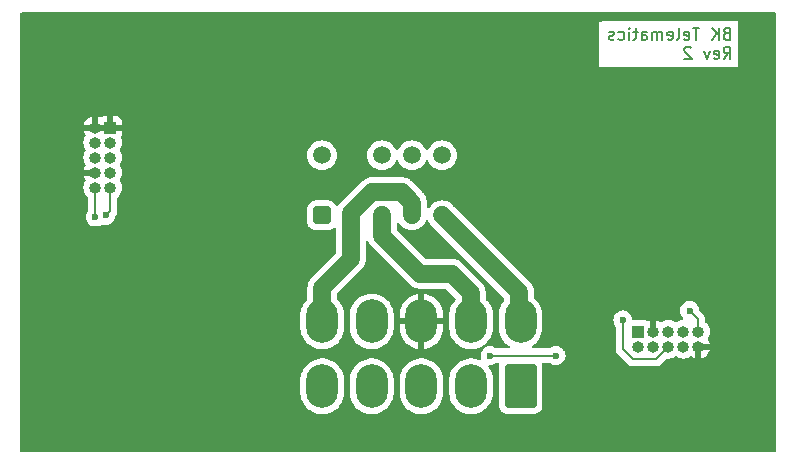
<source format=gbr>
%TF.GenerationSoftware,KiCad,Pcbnew,8.99.0-1891-ge2bd76bdce*%
%TF.CreationDate,2024-11-18T13:52:10+02:00*%
%TF.ProjectId,mini_board_relay_analog,6d696e69-5f62-46f6-9172-645f72656c61,rev?*%
%TF.SameCoordinates,Original*%
%TF.FileFunction,Copper,L2,Bot*%
%TF.FilePolarity,Positive*%
%FSLAX46Y46*%
G04 Gerber Fmt 4.6, Leading zero omitted, Abs format (unit mm)*
G04 Created by KiCad (PCBNEW 8.99.0-1891-ge2bd76bdce) date 2024-11-18 13:52:10*
%MOMM*%
%LPD*%
G01*
G04 APERTURE LIST*
G04 Aperture macros list*
%AMRoundRect*
0 Rectangle with rounded corners*
0 $1 Rounding radius*
0 $2 $3 $4 $5 $6 $7 $8 $9 X,Y pos of 4 corners*
0 Add a 4 corners polygon primitive as box body*
4,1,4,$2,$3,$4,$5,$6,$7,$8,$9,$2,$3,0*
0 Add four circle primitives for the rounded corners*
1,1,$1+$1,$2,$3*
1,1,$1+$1,$4,$5*
1,1,$1+$1,$6,$7*
1,1,$1+$1,$8,$9*
0 Add four rect primitives between the rounded corners*
20,1,$1+$1,$2,$3,$4,$5,0*
20,1,$1+$1,$4,$5,$6,$7,0*
20,1,$1+$1,$6,$7,$8,$9,0*
20,1,$1+$1,$8,$9,$2,$3,0*%
G04 Aperture macros list end*
%ADD10C,0.150000*%
%TA.AperFunction,NonConductor*%
%ADD11C,0.150000*%
%TD*%
%TA.AperFunction,ComponentPad*%
%ADD12R,1.000000X1.000000*%
%TD*%
%TA.AperFunction,ComponentPad*%
%ADD13O,1.000000X1.000000*%
%TD*%
%TA.AperFunction,ComponentPad*%
%ADD14RoundRect,0.250500X0.499500X-0.499500X0.499500X0.499500X-0.499500X0.499500X-0.499500X-0.499500X0*%
%TD*%
%TA.AperFunction,ComponentPad*%
%ADD15C,1.500000*%
%TD*%
%TA.AperFunction,ComponentPad*%
%ADD16RoundRect,0.250001X1.099999X1.599999X-1.099999X1.599999X-1.099999X-1.599999X1.099999X-1.599999X0*%
%TD*%
%TA.AperFunction,ComponentPad*%
%ADD17O,2.700000X3.700000*%
%TD*%
%TA.AperFunction,ViaPad*%
%ADD18C,0.600000*%
%TD*%
%TA.AperFunction,Conductor*%
%ADD19C,0.200000*%
%TD*%
%TA.AperFunction,Conductor*%
%ADD20C,1.500000*%
%TD*%
G04 APERTURE END LIST*
D10*
D11*
X154859887Y-87936065D02*
X154717030Y-87983684D01*
X154717030Y-87983684D02*
X154669411Y-88031303D01*
X154669411Y-88031303D02*
X154621792Y-88126541D01*
X154621792Y-88126541D02*
X154621792Y-88269398D01*
X154621792Y-88269398D02*
X154669411Y-88364636D01*
X154669411Y-88364636D02*
X154717030Y-88412256D01*
X154717030Y-88412256D02*
X154812268Y-88459875D01*
X154812268Y-88459875D02*
X155193220Y-88459875D01*
X155193220Y-88459875D02*
X155193220Y-87459875D01*
X155193220Y-87459875D02*
X154859887Y-87459875D01*
X154859887Y-87459875D02*
X154764649Y-87507494D01*
X154764649Y-87507494D02*
X154717030Y-87555113D01*
X154717030Y-87555113D02*
X154669411Y-87650351D01*
X154669411Y-87650351D02*
X154669411Y-87745589D01*
X154669411Y-87745589D02*
X154717030Y-87840827D01*
X154717030Y-87840827D02*
X154764649Y-87888446D01*
X154764649Y-87888446D02*
X154859887Y-87936065D01*
X154859887Y-87936065D02*
X155193220Y-87936065D01*
X154193220Y-88459875D02*
X154193220Y-87459875D01*
X153621792Y-88459875D02*
X154050363Y-87888446D01*
X153621792Y-87459875D02*
X154193220Y-88031303D01*
X152574172Y-87459875D02*
X152002744Y-87459875D01*
X152288458Y-88459875D02*
X152288458Y-87459875D01*
X151288458Y-88412256D02*
X151383696Y-88459875D01*
X151383696Y-88459875D02*
X151574172Y-88459875D01*
X151574172Y-88459875D02*
X151669410Y-88412256D01*
X151669410Y-88412256D02*
X151717029Y-88317017D01*
X151717029Y-88317017D02*
X151717029Y-87936065D01*
X151717029Y-87936065D02*
X151669410Y-87840827D01*
X151669410Y-87840827D02*
X151574172Y-87793208D01*
X151574172Y-87793208D02*
X151383696Y-87793208D01*
X151383696Y-87793208D02*
X151288458Y-87840827D01*
X151288458Y-87840827D02*
X151240839Y-87936065D01*
X151240839Y-87936065D02*
X151240839Y-88031303D01*
X151240839Y-88031303D02*
X151717029Y-88126541D01*
X150669410Y-88459875D02*
X150764648Y-88412256D01*
X150764648Y-88412256D02*
X150812267Y-88317017D01*
X150812267Y-88317017D02*
X150812267Y-87459875D01*
X149907505Y-88412256D02*
X150002743Y-88459875D01*
X150002743Y-88459875D02*
X150193219Y-88459875D01*
X150193219Y-88459875D02*
X150288457Y-88412256D01*
X150288457Y-88412256D02*
X150336076Y-88317017D01*
X150336076Y-88317017D02*
X150336076Y-87936065D01*
X150336076Y-87936065D02*
X150288457Y-87840827D01*
X150288457Y-87840827D02*
X150193219Y-87793208D01*
X150193219Y-87793208D02*
X150002743Y-87793208D01*
X150002743Y-87793208D02*
X149907505Y-87840827D01*
X149907505Y-87840827D02*
X149859886Y-87936065D01*
X149859886Y-87936065D02*
X149859886Y-88031303D01*
X149859886Y-88031303D02*
X150336076Y-88126541D01*
X149431314Y-88459875D02*
X149431314Y-87793208D01*
X149431314Y-87888446D02*
X149383695Y-87840827D01*
X149383695Y-87840827D02*
X149288457Y-87793208D01*
X149288457Y-87793208D02*
X149145600Y-87793208D01*
X149145600Y-87793208D02*
X149050362Y-87840827D01*
X149050362Y-87840827D02*
X149002743Y-87936065D01*
X149002743Y-87936065D02*
X149002743Y-88459875D01*
X149002743Y-87936065D02*
X148955124Y-87840827D01*
X148955124Y-87840827D02*
X148859886Y-87793208D01*
X148859886Y-87793208D02*
X148717029Y-87793208D01*
X148717029Y-87793208D02*
X148621790Y-87840827D01*
X148621790Y-87840827D02*
X148574171Y-87936065D01*
X148574171Y-87936065D02*
X148574171Y-88459875D01*
X147669410Y-88459875D02*
X147669410Y-87936065D01*
X147669410Y-87936065D02*
X147717029Y-87840827D01*
X147717029Y-87840827D02*
X147812267Y-87793208D01*
X147812267Y-87793208D02*
X148002743Y-87793208D01*
X148002743Y-87793208D02*
X148097981Y-87840827D01*
X147669410Y-88412256D02*
X147764648Y-88459875D01*
X147764648Y-88459875D02*
X148002743Y-88459875D01*
X148002743Y-88459875D02*
X148097981Y-88412256D01*
X148097981Y-88412256D02*
X148145600Y-88317017D01*
X148145600Y-88317017D02*
X148145600Y-88221779D01*
X148145600Y-88221779D02*
X148097981Y-88126541D01*
X148097981Y-88126541D02*
X148002743Y-88078922D01*
X148002743Y-88078922D02*
X147764648Y-88078922D01*
X147764648Y-88078922D02*
X147669410Y-88031303D01*
X147336076Y-87793208D02*
X146955124Y-87793208D01*
X147193219Y-87459875D02*
X147193219Y-88317017D01*
X147193219Y-88317017D02*
X147145600Y-88412256D01*
X147145600Y-88412256D02*
X147050362Y-88459875D01*
X147050362Y-88459875D02*
X146955124Y-88459875D01*
X146621790Y-88459875D02*
X146621790Y-87793208D01*
X146621790Y-87459875D02*
X146669409Y-87507494D01*
X146669409Y-87507494D02*
X146621790Y-87555113D01*
X146621790Y-87555113D02*
X146574171Y-87507494D01*
X146574171Y-87507494D02*
X146621790Y-87459875D01*
X146621790Y-87459875D02*
X146621790Y-87555113D01*
X145717029Y-88412256D02*
X145812267Y-88459875D01*
X145812267Y-88459875D02*
X146002743Y-88459875D01*
X146002743Y-88459875D02*
X146097981Y-88412256D01*
X146097981Y-88412256D02*
X146145600Y-88364636D01*
X146145600Y-88364636D02*
X146193219Y-88269398D01*
X146193219Y-88269398D02*
X146193219Y-87983684D01*
X146193219Y-87983684D02*
X146145600Y-87888446D01*
X146145600Y-87888446D02*
X146097981Y-87840827D01*
X146097981Y-87840827D02*
X146002743Y-87793208D01*
X146002743Y-87793208D02*
X145812267Y-87793208D01*
X145812267Y-87793208D02*
X145717029Y-87840827D01*
X145336076Y-88412256D02*
X145240838Y-88459875D01*
X145240838Y-88459875D02*
X145050362Y-88459875D01*
X145050362Y-88459875D02*
X144955124Y-88412256D01*
X144955124Y-88412256D02*
X144907505Y-88317017D01*
X144907505Y-88317017D02*
X144907505Y-88269398D01*
X144907505Y-88269398D02*
X144955124Y-88174160D01*
X144955124Y-88174160D02*
X145050362Y-88126541D01*
X145050362Y-88126541D02*
X145193219Y-88126541D01*
X145193219Y-88126541D02*
X145288457Y-88078922D01*
X145288457Y-88078922D02*
X145336076Y-87983684D01*
X145336076Y-87983684D02*
X145336076Y-87936065D01*
X145336076Y-87936065D02*
X145288457Y-87840827D01*
X145288457Y-87840827D02*
X145193219Y-87793208D01*
X145193219Y-87793208D02*
X145050362Y-87793208D01*
X145050362Y-87793208D02*
X144955124Y-87840827D01*
X154621792Y-90069819D02*
X154955125Y-89593628D01*
X155193220Y-90069819D02*
X155193220Y-89069819D01*
X155193220Y-89069819D02*
X154812268Y-89069819D01*
X154812268Y-89069819D02*
X154717030Y-89117438D01*
X154717030Y-89117438D02*
X154669411Y-89165057D01*
X154669411Y-89165057D02*
X154621792Y-89260295D01*
X154621792Y-89260295D02*
X154621792Y-89403152D01*
X154621792Y-89403152D02*
X154669411Y-89498390D01*
X154669411Y-89498390D02*
X154717030Y-89546009D01*
X154717030Y-89546009D02*
X154812268Y-89593628D01*
X154812268Y-89593628D02*
X155193220Y-89593628D01*
X153812268Y-90022200D02*
X153907506Y-90069819D01*
X153907506Y-90069819D02*
X154097982Y-90069819D01*
X154097982Y-90069819D02*
X154193220Y-90022200D01*
X154193220Y-90022200D02*
X154240839Y-89926961D01*
X154240839Y-89926961D02*
X154240839Y-89546009D01*
X154240839Y-89546009D02*
X154193220Y-89450771D01*
X154193220Y-89450771D02*
X154097982Y-89403152D01*
X154097982Y-89403152D02*
X153907506Y-89403152D01*
X153907506Y-89403152D02*
X153812268Y-89450771D01*
X153812268Y-89450771D02*
X153764649Y-89546009D01*
X153764649Y-89546009D02*
X153764649Y-89641247D01*
X153764649Y-89641247D02*
X154240839Y-89736485D01*
X153431315Y-89403152D02*
X153193220Y-90069819D01*
X153193220Y-90069819D02*
X152955125Y-89403152D01*
X151859886Y-89165057D02*
X151812267Y-89117438D01*
X151812267Y-89117438D02*
X151717029Y-89069819D01*
X151717029Y-89069819D02*
X151478934Y-89069819D01*
X151478934Y-89069819D02*
X151383696Y-89117438D01*
X151383696Y-89117438D02*
X151336077Y-89165057D01*
X151336077Y-89165057D02*
X151288458Y-89260295D01*
X151288458Y-89260295D02*
X151288458Y-89355533D01*
X151288458Y-89355533D02*
X151336077Y-89498390D01*
X151336077Y-89498390D02*
X151907505Y-90069819D01*
X151907505Y-90069819D02*
X151288458Y-90069819D01*
D12*
%TO.P,J2,1,Pin_1*%
%TO.N,GND*%
X102694000Y-95908000D03*
D13*
%TO.P,J2,2,Pin_2*%
X101424000Y-95908000D03*
%TO.P,J2,3,Pin_3*%
%TO.N,/AD0{slash}PA17*%
X102694000Y-97178000D03*
%TO.P,J2,4,Pin_4*%
%TO.N,EXT_PWR*%
X101424000Y-97178000D03*
%TO.P,J2,5,Pin_5*%
%TO.N,/PA16*%
X102694000Y-98448000D03*
%TO.P,J2,6,Pin_6*%
%TO.N,VSYS*%
X101424000Y-98448000D03*
%TO.P,J2,7,Pin_7*%
%TO.N,/PA15*%
X102694000Y-99718000D03*
%TO.P,J2,8,Pin_8*%
%TO.N,GND*%
X101424000Y-99718000D03*
%TO.P,J2,9,Pin_9*%
%TO.N,/PB3{slash}UTXD1*%
X102694000Y-100988000D03*
%TO.P,J2,10,Pin_10*%
%TO.N,/PB2{slash}URXD1*%
X101424000Y-100988000D03*
%TD*%
D14*
%TO.P,U2,1*%
%TO.N,VSYS*%
X120620000Y-103320000D03*
D15*
%TO.P,U2,3*%
%TO.N,/NO2*%
X125700000Y-103320000D03*
%TO.P,U2,4*%
%TO.N,/COM2*%
X128240000Y-103320000D03*
%TO.P,U2,5*%
%TO.N,/NC2*%
X130780000Y-103320000D03*
%TO.P,U2,8*%
%TO.N,/NC1*%
X130780000Y-98240000D03*
%TO.P,U2,9*%
%TO.N,/COM1*%
X128240000Y-98240000D03*
%TO.P,U2,10*%
%TO.N,/NO1*%
X125700000Y-98240000D03*
%TO.P,U2,12*%
%TO.N,Net-(D2-A)*%
X120620000Y-98240000D03*
%TD*%
D16*
%TO.P,J3,1,Pin_1*%
%TO.N,/ANALOG1*%
X137435000Y-117800000D03*
D17*
%TO.P,J3,2,Pin_2*%
%TO.N,/ANALOG2*%
X133235000Y-117800000D03*
%TO.P,J3,3,Pin_3*%
%TO.N,+3.3V_OUT*%
X129035000Y-117800000D03*
%TO.P,J3,4,Pin_4*%
%TO.N,/RX*%
X124835000Y-117800000D03*
%TO.P,J3,5,Pin_5*%
%TO.N,/ANALOG3*%
X120635000Y-117800000D03*
%TO.P,J3,6,Pin_6*%
%TO.N,/NC2*%
X137435000Y-112300000D03*
%TO.P,J3,7,Pin_7*%
%TO.N,/NO2*%
X133235000Y-112300000D03*
%TO.P,J3,8,Pin_8*%
%TO.N,GND*%
X129035000Y-112300000D03*
%TO.P,J3,9,Pin_9*%
%TO.N,/TX*%
X124835000Y-112300000D03*
%TO.P,J3,10,Pin_10*%
%TO.N,/COM2*%
X120635000Y-112300000D03*
%TD*%
D12*
%TO.P,J1,1,Pin_1*%
%TO.N,/ERASE*%
X147399000Y-113180000D03*
D13*
%TO.P,J1,2,Pin_2*%
%TO.N,+3.3V*%
X147399000Y-114450000D03*
%TO.P,J1,3,Pin_3*%
%TO.N,GND*%
X148669000Y-113180000D03*
%TO.P,J1,4,Pin_4*%
%TO.N,unconnected-(J1-Pin_4-Pad4)*%
X148669000Y-114450000D03*
%TO.P,J1,5,Pin_5*%
%TO.N,unconnected-(J1-Pin_5-Pad5)*%
X149939000Y-113180000D03*
%TO.P,J1,6,Pin_6*%
%TO.N,/AD3{slash}PA20*%
X149939000Y-114450000D03*
%TO.P,J1,7,Pin_7*%
%TO.N,/AD2{slash}PA19*%
X151209000Y-113180000D03*
%TO.P,J1,8,Pin_8*%
%TO.N,+3.3V*%
X151209000Y-114450000D03*
%TO.P,J1,9,Pin_9*%
%TO.N,/AD1{slash}PA18*%
X152479000Y-113180000D03*
%TO.P,J1,10,Pin_10*%
%TO.N,GND*%
X152479000Y-114450000D03*
%TD*%
D18*
%TO.N,GND*%
X134874000Y-87122000D03*
X129000000Y-94250000D03*
X146750000Y-100000000D03*
X127500000Y-95750000D03*
X115360000Y-104580000D03*
X112750000Y-106750000D03*
X133096000Y-122682000D03*
X153416000Y-122682000D03*
X152000000Y-119500000D03*
X139954000Y-87122000D03*
X112776000Y-122682000D03*
X106940000Y-90500000D03*
X147960000Y-92620000D03*
X157988000Y-89408000D03*
X155956000Y-122682000D03*
X117856000Y-122682000D03*
X119640000Y-90500000D03*
X149690000Y-94620000D03*
X105750000Y-110000000D03*
X150500000Y-91500000D03*
X145570000Y-97930000D03*
X101860000Y-90500000D03*
X114554000Y-87122000D03*
X144750000Y-118250000D03*
X112020000Y-90500000D03*
X125500000Y-95750000D03*
X149830000Y-105950000D03*
X96266000Y-119380000D03*
X119634000Y-87122000D03*
X124720000Y-90500000D03*
X153500000Y-106500000D03*
X145796000Y-122682000D03*
X96266000Y-116840000D03*
X98500000Y-115420000D03*
X110000000Y-99000000D03*
X122936000Y-122682000D03*
X142580000Y-114170000D03*
X142140000Y-115990000D03*
X139960000Y-90500000D03*
X152000000Y-116500000D03*
X109250000Y-94250000D03*
X96266000Y-109220000D03*
X101750000Y-120750000D03*
X114000000Y-116750000D03*
X116500000Y-94250000D03*
X110236000Y-122682000D03*
X125476000Y-122682000D03*
X157988000Y-112268000D03*
X103250000Y-106500000D03*
X157988000Y-109728000D03*
X115316000Y-122682000D03*
X137420000Y-90500000D03*
X96266000Y-101600000D03*
X132250000Y-94250000D03*
X114560000Y-90500000D03*
X134000000Y-95750000D03*
X96266000Y-88900000D03*
X143256000Y-122682000D03*
X117750000Y-95750000D03*
X153500000Y-109000000D03*
X122500000Y-94250000D03*
X109250000Y-113000000D03*
X138500000Y-94250000D03*
X132334000Y-87122000D03*
X129800000Y-90500000D03*
X138750000Y-95750000D03*
X157988000Y-104648000D03*
X101500000Y-115920000D03*
X116500000Y-115500000D03*
X135636000Y-122682000D03*
X140250000Y-117750000D03*
X116500000Y-119000000D03*
X101500000Y-110840000D03*
X132340000Y-90500000D03*
X142450000Y-122110000D03*
X153260000Y-99990000D03*
X107750000Y-95750000D03*
X150790000Y-107940000D03*
X116030000Y-97690000D03*
X110000000Y-101000000D03*
X100330000Y-122682000D03*
X101500000Y-118460000D03*
X114500000Y-113000000D03*
X157988000Y-122428000D03*
X130556000Y-122682000D03*
X142494000Y-87122000D03*
X131500000Y-95750000D03*
X125000000Y-94250000D03*
X129794000Y-87122000D03*
X99314000Y-87122000D03*
X117100000Y-90500000D03*
X96266000Y-121920000D03*
X111500000Y-113000000D03*
X96266000Y-96520000D03*
X112190000Y-99170000D03*
X96266000Y-114300000D03*
X133000000Y-101000000D03*
X129500000Y-95750000D03*
X127254000Y-87122000D03*
X157988000Y-97028000D03*
X97790000Y-122682000D03*
X110750000Y-95750000D03*
X114030000Y-99500000D03*
X122750000Y-99750000D03*
X120500000Y-95750000D03*
X157734000Y-87122000D03*
X147200000Y-121300000D03*
X144250000Y-100000000D03*
X120396000Y-122682000D03*
X114000000Y-115500000D03*
X109474000Y-87122000D03*
X157988000Y-94488000D03*
X153250000Y-103250000D03*
X145500000Y-100000000D03*
X155000000Y-91750000D03*
X107500000Y-111500000D03*
X96266000Y-93980000D03*
X110500000Y-97500000D03*
X157988000Y-119888000D03*
X148336000Y-122682000D03*
X109500000Y-107000000D03*
X119750000Y-94250000D03*
X139440000Y-102460000D03*
X138176000Y-122682000D03*
X135250000Y-94250000D03*
X157988000Y-99568000D03*
X142500000Y-90500000D03*
X136250000Y-95750000D03*
X142750000Y-97250000D03*
X116750000Y-113250000D03*
X102870000Y-122682000D03*
X140716000Y-122682000D03*
X103250000Y-105000000D03*
X101854000Y-87122000D03*
X157988000Y-91948000D03*
X104400000Y-90500000D03*
X96266000Y-104140000D03*
X127260000Y-90500000D03*
X107500000Y-101250000D03*
X150876000Y-122682000D03*
X96266000Y-111760000D03*
X96266000Y-106680000D03*
X145580000Y-106730000D03*
X106250000Y-97500000D03*
X98500000Y-110340000D03*
X96266000Y-91440000D03*
X157988000Y-114808000D03*
X141590000Y-95760000D03*
X141700000Y-93460000D03*
X123250000Y-95750000D03*
X149350000Y-110110000D03*
X99320000Y-90500000D03*
X139440000Y-103840000D03*
X96266000Y-99060000D03*
X107500000Y-99000000D03*
X105480000Y-115360000D03*
X104500000Y-99000000D03*
X104500000Y-101250000D03*
X112014000Y-87122000D03*
X106000000Y-95000000D03*
X151580000Y-98190000D03*
X128016000Y-122682000D03*
X114750000Y-94250000D03*
X117094000Y-87122000D03*
X98500000Y-120500000D03*
X157988000Y-117348000D03*
X153000000Y-91750000D03*
X104000000Y-108250000D03*
X107950000Y-122682000D03*
X127000000Y-116000000D03*
X109480000Y-90500000D03*
X106934000Y-87122000D03*
X134880000Y-90500000D03*
X104394000Y-87122000D03*
X98500000Y-112880000D03*
X96774000Y-87122000D03*
X105410000Y-122682000D03*
X127000000Y-120250000D03*
X157988000Y-102108000D03*
X122174000Y-87122000D03*
X124714000Y-87122000D03*
X137414000Y-87122000D03*
X145570000Y-95720000D03*
X98500000Y-117960000D03*
X157988000Y-107188000D03*
X101500000Y-113380000D03*
X113000000Y-110000000D03*
X146500000Y-95250000D03*
X142910000Y-108880000D03*
X122180000Y-90500000D03*
%TO.N,/PB3{slash}UTXD1*%
X102290000Y-103340000D03*
%TO.N,/PB2{slash}URXD1*%
X101430000Y-103470000D03*
%TO.N,/AD3{slash}PA20*%
X146090000Y-112190000D03*
%TO.N,/AD1{slash}PA18*%
X151740000Y-111390000D03*
%TO.N,/NC2*%
X136740000Y-109770000D03*
X133660000Y-106680000D03*
X135610000Y-107730000D03*
X132710000Y-104840000D03*
%TO.N,/NO2*%
X125450000Y-105200000D03*
X127640000Y-106400000D03*
X132480000Y-108610000D03*
X128960000Y-108480000D03*
%TO.N,/COM2*%
X126790000Y-101020000D03*
X122680000Y-104820000D03*
X120310000Y-109290000D03*
X123050000Y-107400000D03*
X123790000Y-102750000D03*
%TO.N,/ANALOG3*%
X140430000Y-115200000D03*
X134860000Y-115200000D03*
%TD*%
D19*
%TO.N,/PB3{slash}UTXD1*%
X102694000Y-100988000D02*
X102694000Y-102936000D01*
X102694000Y-102936000D02*
X102290000Y-103340000D01*
%TO.N,/PB2{slash}URXD1*%
X101424000Y-100988000D02*
X101424000Y-103464000D01*
X101424000Y-103464000D02*
X101430000Y-103470000D01*
%TO.N,/AD3{slash}PA20*%
X148869000Y-115520000D02*
X149939000Y-114450000D01*
X146980000Y-115520000D02*
X148869000Y-115520000D01*
X146090000Y-112190000D02*
X146090000Y-114630000D01*
X146090000Y-114630000D02*
X146980000Y-115520000D01*
%TO.N,/AD1{slash}PA18*%
X151740000Y-111390000D02*
X152479000Y-112129000D01*
X152479000Y-112129000D02*
X152479000Y-113180000D01*
D20*
%TO.N,/NC2*%
X137310000Y-112175000D02*
X137435000Y-112300000D01*
X130780000Y-103320000D02*
X137310000Y-109850000D01*
X137310000Y-109850000D02*
X137310000Y-112175000D01*
%TO.N,/NO2*%
X128950000Y-108290000D02*
X131620000Y-108290000D01*
X125700000Y-103320000D02*
X125700000Y-105040000D01*
X131620000Y-108290000D02*
X133235000Y-109905000D01*
X133235000Y-109905000D02*
X133235000Y-112300000D01*
X125700000Y-105040000D02*
X128950000Y-108290000D01*
%TO.N,/COM2*%
X124890000Y-101350000D02*
X123050000Y-103160000D01*
X128260000Y-102280000D02*
X127360000Y-101350000D01*
X123070000Y-106990000D02*
X120635000Y-109465000D01*
X127360000Y-101350000D02*
X124890000Y-101350000D01*
X128240000Y-103320000D02*
X128260000Y-102280000D01*
X120635000Y-109465000D02*
X120635000Y-112300000D01*
X123050000Y-103160000D02*
X123070000Y-106990000D01*
D19*
%TO.N,/ANALOG3*%
X140430000Y-115200000D02*
X134860000Y-115200000D01*
%TD*%
%TA.AperFunction,Conductor*%
%TO.N,GND*%
G36*
X159002539Y-86170185D02*
G01*
X159048294Y-86222989D01*
X159059500Y-86274500D01*
X159059500Y-123225500D01*
X159039815Y-123292539D01*
X158987011Y-123338294D01*
X158935500Y-123349500D01*
X95184500Y-123349500D01*
X95117461Y-123329815D01*
X95071706Y-123277011D01*
X95060500Y-123225500D01*
X95060500Y-117178711D01*
X118784500Y-117178711D01*
X118784500Y-118421288D01*
X118816161Y-118661785D01*
X118878947Y-118896104D01*
X118971773Y-119120205D01*
X118971776Y-119120212D01*
X119093064Y-119330289D01*
X119093066Y-119330292D01*
X119093067Y-119330293D01*
X119240733Y-119522736D01*
X119240739Y-119522743D01*
X119412256Y-119694260D01*
X119412263Y-119694266D01*
X119525321Y-119781018D01*
X119604711Y-119841936D01*
X119814788Y-119963224D01*
X120038900Y-120056054D01*
X120273211Y-120118838D01*
X120433940Y-120139998D01*
X120513711Y-120150500D01*
X120513712Y-120150500D01*
X120756289Y-120150500D01*
X120836052Y-120139999D01*
X120996789Y-120118838D01*
X121231100Y-120056054D01*
X121455212Y-119963224D01*
X121665289Y-119841936D01*
X121857738Y-119694265D01*
X122029265Y-119522738D01*
X122176936Y-119330289D01*
X122298224Y-119120212D01*
X122391054Y-118896100D01*
X122453838Y-118661789D01*
X122485500Y-118421288D01*
X122485500Y-117178712D01*
X122485500Y-117178711D01*
X122984500Y-117178711D01*
X122984500Y-118421288D01*
X123016161Y-118661785D01*
X123078947Y-118896104D01*
X123171773Y-119120205D01*
X123171776Y-119120212D01*
X123293064Y-119330289D01*
X123293066Y-119330292D01*
X123293067Y-119330293D01*
X123440733Y-119522736D01*
X123440739Y-119522743D01*
X123612256Y-119694260D01*
X123612263Y-119694266D01*
X123725321Y-119781018D01*
X123804711Y-119841936D01*
X124014788Y-119963224D01*
X124238900Y-120056054D01*
X124473211Y-120118838D01*
X124633940Y-120139998D01*
X124713711Y-120150500D01*
X124713712Y-120150500D01*
X124956289Y-120150500D01*
X125036052Y-120139999D01*
X125196789Y-120118838D01*
X125431100Y-120056054D01*
X125655212Y-119963224D01*
X125865289Y-119841936D01*
X126057738Y-119694265D01*
X126229265Y-119522738D01*
X126376936Y-119330289D01*
X126498224Y-119120212D01*
X126591054Y-118896100D01*
X126653838Y-118661789D01*
X126685500Y-118421288D01*
X126685500Y-117178712D01*
X126685500Y-117178711D01*
X127184500Y-117178711D01*
X127184500Y-118421288D01*
X127216161Y-118661785D01*
X127278947Y-118896104D01*
X127371773Y-119120205D01*
X127371776Y-119120212D01*
X127493064Y-119330289D01*
X127493066Y-119330292D01*
X127493067Y-119330293D01*
X127640733Y-119522736D01*
X127640739Y-119522743D01*
X127812256Y-119694260D01*
X127812263Y-119694266D01*
X127925321Y-119781018D01*
X128004711Y-119841936D01*
X128214788Y-119963224D01*
X128438900Y-120056054D01*
X128673211Y-120118838D01*
X128833940Y-120139998D01*
X128913711Y-120150500D01*
X128913712Y-120150500D01*
X129156289Y-120150500D01*
X129236052Y-120139999D01*
X129396789Y-120118838D01*
X129631100Y-120056054D01*
X129855212Y-119963224D01*
X130065289Y-119841936D01*
X130257738Y-119694265D01*
X130429265Y-119522738D01*
X130576936Y-119330289D01*
X130698224Y-119120212D01*
X130791054Y-118896100D01*
X130853838Y-118661789D01*
X130885500Y-118421288D01*
X130885500Y-117178712D01*
X130853838Y-116938211D01*
X130791054Y-116703900D01*
X130698224Y-116479788D01*
X130576936Y-116269711D01*
X130485073Y-116149992D01*
X130429266Y-116077263D01*
X130429260Y-116077256D01*
X130257743Y-115905739D01*
X130257736Y-115905733D01*
X130065293Y-115758067D01*
X130065292Y-115758066D01*
X130065289Y-115758064D01*
X129855212Y-115636776D01*
X129855205Y-115636773D01*
X129631104Y-115543947D01*
X129513944Y-115512554D01*
X129396789Y-115481162D01*
X129396788Y-115481161D01*
X129396785Y-115481161D01*
X129156289Y-115449500D01*
X129156288Y-115449500D01*
X128913712Y-115449500D01*
X128913711Y-115449500D01*
X128673214Y-115481161D01*
X128438895Y-115543947D01*
X128214794Y-115636773D01*
X128214785Y-115636777D01*
X128004706Y-115758067D01*
X127812263Y-115905733D01*
X127812256Y-115905739D01*
X127640739Y-116077256D01*
X127640733Y-116077263D01*
X127493067Y-116269706D01*
X127371777Y-116479785D01*
X127371773Y-116479794D01*
X127278947Y-116703895D01*
X127216161Y-116938214D01*
X127184500Y-117178711D01*
X126685500Y-117178711D01*
X126653838Y-116938211D01*
X126591054Y-116703900D01*
X126498224Y-116479788D01*
X126376936Y-116269711D01*
X126285073Y-116149992D01*
X126229266Y-116077263D01*
X126229260Y-116077256D01*
X126057743Y-115905739D01*
X126057736Y-115905733D01*
X125865293Y-115758067D01*
X125865292Y-115758066D01*
X125865289Y-115758064D01*
X125655212Y-115636776D01*
X125655205Y-115636773D01*
X125431104Y-115543947D01*
X125313944Y-115512554D01*
X125196789Y-115481162D01*
X125196788Y-115481161D01*
X125196785Y-115481161D01*
X124956289Y-115449500D01*
X124956288Y-115449500D01*
X124713712Y-115449500D01*
X124713711Y-115449500D01*
X124473214Y-115481161D01*
X124238895Y-115543947D01*
X124014794Y-115636773D01*
X124014785Y-115636777D01*
X123804706Y-115758067D01*
X123612263Y-115905733D01*
X123612256Y-115905739D01*
X123440739Y-116077256D01*
X123440733Y-116077263D01*
X123293067Y-116269706D01*
X123171777Y-116479785D01*
X123171773Y-116479794D01*
X123078947Y-116703895D01*
X123016161Y-116938214D01*
X122984500Y-117178711D01*
X122485500Y-117178711D01*
X122453838Y-116938211D01*
X122391054Y-116703900D01*
X122298224Y-116479788D01*
X122176936Y-116269711D01*
X122085073Y-116149992D01*
X122029266Y-116077263D01*
X122029260Y-116077256D01*
X121857743Y-115905739D01*
X121857736Y-115905733D01*
X121665293Y-115758067D01*
X121665292Y-115758066D01*
X121665289Y-115758064D01*
X121455212Y-115636776D01*
X121455205Y-115636773D01*
X121231104Y-115543947D01*
X121113944Y-115512554D01*
X120996789Y-115481162D01*
X120996788Y-115481161D01*
X120996785Y-115481161D01*
X120756289Y-115449500D01*
X120756288Y-115449500D01*
X120513712Y-115449500D01*
X120513711Y-115449500D01*
X120273214Y-115481161D01*
X120038895Y-115543947D01*
X119814794Y-115636773D01*
X119814785Y-115636777D01*
X119604706Y-115758067D01*
X119412263Y-115905733D01*
X119412256Y-115905739D01*
X119240739Y-116077256D01*
X119240733Y-116077263D01*
X119093067Y-116269706D01*
X118971777Y-116479785D01*
X118971773Y-116479794D01*
X118878947Y-116703895D01*
X118816161Y-116938214D01*
X118784500Y-117178711D01*
X95060500Y-117178711D01*
X95060500Y-111678711D01*
X118784500Y-111678711D01*
X118784500Y-112921288D01*
X118816161Y-113161785D01*
X118878947Y-113396104D01*
X118971679Y-113619978D01*
X118971776Y-113620212D01*
X119093064Y-113830289D01*
X119093066Y-113830292D01*
X119093067Y-113830293D01*
X119240733Y-114022736D01*
X119240739Y-114022743D01*
X119412256Y-114194260D01*
X119412263Y-114194266D01*
X119419736Y-114200000D01*
X119604711Y-114341936D01*
X119814788Y-114463224D01*
X120038900Y-114556054D01*
X120273211Y-114618838D01*
X120453586Y-114642584D01*
X120513711Y-114650500D01*
X120513712Y-114650500D01*
X120756289Y-114650500D01*
X120804388Y-114644167D01*
X120996789Y-114618838D01*
X121231100Y-114556054D01*
X121455212Y-114463224D01*
X121665289Y-114341936D01*
X121857738Y-114194265D01*
X122029265Y-114022738D01*
X122176936Y-113830289D01*
X122298224Y-113620212D01*
X122391054Y-113396100D01*
X122453838Y-113161789D01*
X122485500Y-112921288D01*
X122485500Y-111678712D01*
X122485500Y-111678711D01*
X122984500Y-111678711D01*
X122984500Y-112921288D01*
X123016161Y-113161785D01*
X123078947Y-113396104D01*
X123171679Y-113619978D01*
X123171776Y-113620212D01*
X123293064Y-113830289D01*
X123293066Y-113830292D01*
X123293067Y-113830293D01*
X123440733Y-114022736D01*
X123440739Y-114022743D01*
X123612256Y-114194260D01*
X123612263Y-114194266D01*
X123619736Y-114200000D01*
X123804711Y-114341936D01*
X124014788Y-114463224D01*
X124238900Y-114556054D01*
X124473211Y-114618838D01*
X124653586Y-114642584D01*
X124713711Y-114650500D01*
X124713712Y-114650500D01*
X124956289Y-114650500D01*
X125004388Y-114644167D01*
X125196789Y-114618838D01*
X125431100Y-114556054D01*
X125655212Y-114463224D01*
X125865289Y-114341936D01*
X126057738Y-114194265D01*
X126229265Y-114022738D01*
X126376936Y-113830289D01*
X126498224Y-113620212D01*
X126591054Y-113396100D01*
X126653838Y-113161789D01*
X126685500Y-112921288D01*
X126685500Y-111678751D01*
X127185000Y-111678751D01*
X127185000Y-112050000D01*
X128167096Y-112050000D01*
X128135000Y-112211358D01*
X128135000Y-112388642D01*
X128167096Y-112550000D01*
X127185000Y-112550000D01*
X127185000Y-112921248D01*
X127185001Y-112921264D01*
X127216653Y-113161687D01*
X127279421Y-113395939D01*
X127372220Y-113619978D01*
X127372227Y-113619993D01*
X127493480Y-113830009D01*
X127641110Y-114022405D01*
X127641116Y-114022412D01*
X127812587Y-114193883D01*
X127812594Y-114193889D01*
X128004990Y-114341519D01*
X128215006Y-114462772D01*
X128215021Y-114462779D01*
X128439060Y-114555578D01*
X128673312Y-114618346D01*
X128785000Y-114633049D01*
X128785000Y-113167904D01*
X128946358Y-113200000D01*
X129123642Y-113200000D01*
X129285000Y-113167904D01*
X129285000Y-114633048D01*
X129396687Y-114618346D01*
X129630939Y-114555578D01*
X129854978Y-114462779D01*
X129854993Y-114462772D01*
X130065009Y-114341519D01*
X130257405Y-114193889D01*
X130257412Y-114193883D01*
X130428883Y-114022412D01*
X130428889Y-114022405D01*
X130576519Y-113830009D01*
X130697772Y-113619993D01*
X130697779Y-113619978D01*
X130790578Y-113395939D01*
X130853346Y-113161687D01*
X130884998Y-112921264D01*
X130885000Y-112921248D01*
X130885000Y-112550000D01*
X129902904Y-112550000D01*
X129935000Y-112388642D01*
X129935000Y-112211358D01*
X129902904Y-112050000D01*
X130885000Y-112050000D01*
X130885000Y-111678751D01*
X130884998Y-111678735D01*
X130853346Y-111438312D01*
X130790578Y-111204060D01*
X130697779Y-110980021D01*
X130697772Y-110980006D01*
X130576519Y-110769990D01*
X130428889Y-110577594D01*
X130428883Y-110577587D01*
X130257412Y-110406116D01*
X130257405Y-110406110D01*
X130065009Y-110258480D01*
X129854993Y-110137227D01*
X129854978Y-110137220D01*
X129630939Y-110044421D01*
X129396687Y-109981653D01*
X129285000Y-109966948D01*
X129285000Y-111432095D01*
X129123642Y-111400000D01*
X128946358Y-111400000D01*
X128785000Y-111432095D01*
X128785000Y-109966948D01*
X128784999Y-109966948D01*
X128673312Y-109981653D01*
X128439060Y-110044421D01*
X128215021Y-110137220D01*
X128215006Y-110137227D01*
X128004990Y-110258480D01*
X127812594Y-110406110D01*
X127812587Y-110406116D01*
X127641116Y-110577587D01*
X127641110Y-110577594D01*
X127493480Y-110769990D01*
X127372227Y-110980006D01*
X127372220Y-110980021D01*
X127279421Y-111204060D01*
X127216653Y-111438312D01*
X127185001Y-111678735D01*
X127185000Y-111678751D01*
X126685500Y-111678751D01*
X126685500Y-111678712D01*
X126680948Y-111644139D01*
X126653838Y-111438214D01*
X126653838Y-111438211D01*
X126591054Y-111203900D01*
X126498224Y-110979788D01*
X126376936Y-110769711D01*
X126250265Y-110604630D01*
X126229266Y-110577263D01*
X126229260Y-110577256D01*
X126057743Y-110405739D01*
X126057736Y-110405733D01*
X125865293Y-110258067D01*
X125865292Y-110258066D01*
X125865289Y-110258064D01*
X125655212Y-110136776D01*
X125655205Y-110136773D01*
X125431104Y-110043947D01*
X125196785Y-109981161D01*
X124956289Y-109949500D01*
X124956288Y-109949500D01*
X124713712Y-109949500D01*
X124713711Y-109949500D01*
X124473214Y-109981161D01*
X124238895Y-110043947D01*
X124014794Y-110136773D01*
X124014785Y-110136777D01*
X123804706Y-110258067D01*
X123612263Y-110405733D01*
X123612256Y-110405739D01*
X123440739Y-110577256D01*
X123440733Y-110577263D01*
X123293067Y-110769706D01*
X123171777Y-110979785D01*
X123171773Y-110979794D01*
X123078947Y-111203895D01*
X123016161Y-111438214D01*
X122984500Y-111678711D01*
X122485500Y-111678711D01*
X122480948Y-111644139D01*
X122453838Y-111438214D01*
X122453838Y-111438211D01*
X122391054Y-111203900D01*
X122298224Y-110979788D01*
X122176936Y-110769711D01*
X122050265Y-110604630D01*
X122029266Y-110577263D01*
X122029260Y-110577256D01*
X121921819Y-110469815D01*
X121888334Y-110408492D01*
X121885500Y-110382134D01*
X121885500Y-110027788D01*
X121905185Y-109960749D01*
X121921107Y-109940824D01*
X122576369Y-109274798D01*
X123960029Y-107868407D01*
X124028069Y-107799654D01*
X124028070Y-107799651D01*
X124028105Y-107799617D01*
X124029062Y-107798479D01*
X124029267Y-107798235D01*
X124030404Y-107796888D01*
X124086541Y-107718285D01*
X124086578Y-107718311D01*
X124086745Y-107717998D01*
X124142932Y-107639811D01*
X124142934Y-107639806D01*
X124142962Y-107639768D01*
X124143692Y-107638555D01*
X124143909Y-107638194D01*
X124144806Y-107636712D01*
X124144824Y-107636674D01*
X124144828Y-107636670D01*
X124187981Y-107550242D01*
X124231375Y-107463967D01*
X124231376Y-107463963D01*
X124231402Y-107463912D01*
X124232070Y-107462263D01*
X124232207Y-107461927D01*
X124232737Y-107460626D01*
X124232753Y-107460574D01*
X124232756Y-107460569D01*
X124261873Y-107368407D01*
X124291221Y-107276453D01*
X124291222Y-107276445D01*
X124291237Y-107276399D01*
X124291610Y-107274794D01*
X124291685Y-107274471D01*
X124292046Y-107272930D01*
X124292054Y-107272880D01*
X124306408Y-107177210D01*
X124320997Y-107081886D01*
X124320996Y-107081883D01*
X124321007Y-107081818D01*
X124321128Y-107080104D01*
X124321155Y-107079724D01*
X124321261Y-107078275D01*
X124320472Y-106981512D01*
X124320470Y-106981147D01*
X124313205Y-105589866D01*
X124332539Y-105522725D01*
X124385103Y-105476695D01*
X124454209Y-105466391D01*
X124517915Y-105495083D01*
X124547687Y-105532923D01*
X124630476Y-105695405D01*
X124746172Y-105854646D01*
X128135354Y-109243828D01*
X128294595Y-109359524D01*
X128377454Y-109401742D01*
X128469969Y-109448882D01*
X128469971Y-109448882D01*
X128469974Y-109448884D01*
X128536840Y-109470610D01*
X128657173Y-109509709D01*
X128851578Y-109540500D01*
X128851583Y-109540500D01*
X129048416Y-109540500D01*
X131050664Y-109540500D01*
X131117703Y-109560185D01*
X131138345Y-109576819D01*
X131902080Y-110340554D01*
X131935565Y-110401877D01*
X131930581Y-110471569D01*
X131902080Y-110515916D01*
X131840739Y-110577256D01*
X131840733Y-110577263D01*
X131693067Y-110769706D01*
X131571777Y-110979785D01*
X131571773Y-110979794D01*
X131478947Y-111203895D01*
X131416161Y-111438214D01*
X131384500Y-111678711D01*
X131384500Y-112921288D01*
X131416161Y-113161785D01*
X131478947Y-113396104D01*
X131571679Y-113619978D01*
X131571776Y-113620212D01*
X131693064Y-113830289D01*
X131693066Y-113830292D01*
X131693067Y-113830293D01*
X131840733Y-114022736D01*
X131840739Y-114022743D01*
X132012256Y-114194260D01*
X132012263Y-114194266D01*
X132019736Y-114200000D01*
X132204711Y-114341936D01*
X132414788Y-114463224D01*
X132638900Y-114556054D01*
X132873211Y-114618838D01*
X133053586Y-114642584D01*
X133113711Y-114650500D01*
X133113712Y-114650500D01*
X133356289Y-114650500D01*
X133404388Y-114644167D01*
X133596789Y-114618838D01*
X133831100Y-114556054D01*
X134055212Y-114463224D01*
X134208386Y-114374788D01*
X134274912Y-114358648D01*
X134290467Y-114325490D01*
X134307852Y-114309275D01*
X134457738Y-114194265D01*
X134629265Y-114022738D01*
X134776936Y-113830289D01*
X134898224Y-113620212D01*
X134991054Y-113396100D01*
X135053838Y-113161789D01*
X135085500Y-112921288D01*
X135085500Y-111678712D01*
X135080948Y-111644139D01*
X135053838Y-111438214D01*
X135053838Y-111438211D01*
X134991054Y-111203900D01*
X134898224Y-110979788D01*
X134776936Y-110769711D01*
X134650265Y-110604630D01*
X134629266Y-110577263D01*
X134629260Y-110577256D01*
X134521819Y-110469815D01*
X134488334Y-110408492D01*
X134485500Y-110382134D01*
X134485500Y-109806577D01*
X134468704Y-109700541D01*
X134454709Y-109612174D01*
X134447746Y-109590745D01*
X134436838Y-109557173D01*
X134393885Y-109424976D01*
X134393884Y-109424973D01*
X134348352Y-109335613D01*
X134304524Y-109249595D01*
X134188828Y-109090354D01*
X132434646Y-107336172D01*
X132275405Y-107220476D01*
X132100030Y-107131117D01*
X131912826Y-107070290D01*
X131718422Y-107039500D01*
X131718417Y-107039500D01*
X129519336Y-107039500D01*
X129452297Y-107019815D01*
X129431655Y-107003181D01*
X126986819Y-104558345D01*
X126953334Y-104497022D01*
X126950500Y-104470664D01*
X126950500Y-104051862D01*
X126970185Y-103984823D01*
X127022989Y-103939068D01*
X127092147Y-103929124D01*
X127155703Y-103958149D01*
X127176073Y-103980737D01*
X127215139Y-104036529D01*
X127235550Y-104065789D01*
X127272065Y-104118135D01*
X127274842Y-104121794D01*
X127278399Y-104126874D01*
X127278401Y-104126876D01*
X127278402Y-104126877D01*
X127346485Y-104194960D01*
X127348105Y-104196612D01*
X127407164Y-104257988D01*
X127407168Y-104257991D01*
X127409971Y-104260111D01*
X127422859Y-104271334D01*
X127433121Y-104281597D01*
X127502093Y-104329891D01*
X127505772Y-104332569D01*
X127564152Y-104376725D01*
X127577899Y-104384065D01*
X127590591Y-104391858D01*
X127612361Y-104407102D01*
X127677797Y-104437615D01*
X127683784Y-104440606D01*
X127737782Y-104469440D01*
X127763859Y-104478471D01*
X127775679Y-104483258D01*
X127810670Y-104499575D01*
X127810675Y-104499576D01*
X127810679Y-104499578D01*
X127848697Y-104509764D01*
X127868825Y-104515157D01*
X127877274Y-104517748D01*
X127923777Y-104533853D01*
X127962789Y-104540803D01*
X127973114Y-104543101D01*
X128022023Y-104556207D01*
X128070011Y-104560405D01*
X128080951Y-104561855D01*
X128117558Y-104568377D01*
X128169204Y-104569369D01*
X128177578Y-104569815D01*
X128240000Y-104575277D01*
X128276015Y-104572125D01*
X128289202Y-104571677D01*
X128302376Y-104571930D01*
X128314348Y-104572161D01*
X128314348Y-104572160D01*
X128314355Y-104572161D01*
X128377418Y-104563411D01*
X128383616Y-104562711D01*
X128457977Y-104556207D01*
X128481274Y-104549964D01*
X128496314Y-104546918D01*
X128509320Y-104545114D01*
X128581693Y-104523127D01*
X128585609Y-104522007D01*
X128669330Y-104499575D01*
X128680266Y-104494474D01*
X128696637Y-104488207D01*
X128697654Y-104487899D01*
X128776575Y-104449579D01*
X128778107Y-104448850D01*
X128867639Y-104407102D01*
X128956529Y-104344860D01*
X128956530Y-104344862D01*
X128956671Y-104344760D01*
X129036156Y-104289315D01*
X129036159Y-104289311D01*
X129038150Y-104287923D01*
X129041800Y-104285152D01*
X129046877Y-104281598D01*
X129114934Y-104213539D01*
X129116584Y-104211920D01*
X129177988Y-104152835D01*
X129180110Y-104150028D01*
X129191333Y-104137141D01*
X129201592Y-104126883D01*
X129201592Y-104126882D01*
X129201598Y-104126877D01*
X129249923Y-104057859D01*
X129252537Y-104054268D01*
X129296725Y-103995848D01*
X129304061Y-103982107D01*
X129311870Y-103969391D01*
X129327102Y-103947639D01*
X129357630Y-103882168D01*
X129360620Y-103876188D01*
X129365880Y-103866339D01*
X129389440Y-103822218D01*
X129392400Y-103813669D01*
X129432935Y-103756764D01*
X129497803Y-103730805D01*
X129566408Y-103744037D01*
X129616969Y-103792260D01*
X129620058Y-103797951D01*
X129654903Y-103866339D01*
X129656800Y-103870228D01*
X129692897Y-103947638D01*
X129692899Y-103947641D01*
X129700518Y-103958521D01*
X129709434Y-103973359D01*
X129710475Y-103975403D01*
X129710478Y-103975409D01*
X129725329Y-103995849D01*
X129754885Y-104036529D01*
X129761235Y-104045268D01*
X129762491Y-104047029D01*
X129780312Y-104072479D01*
X129818402Y-104126877D01*
X129903392Y-104211867D01*
X129977453Y-104285928D01*
X129977464Y-104285938D01*
X136023181Y-110331655D01*
X136056666Y-110392978D01*
X136059500Y-110419336D01*
X136059500Y-110510714D01*
X136039815Y-110577753D01*
X136033876Y-110586200D01*
X135893067Y-110769706D01*
X135771777Y-110979785D01*
X135771773Y-110979794D01*
X135678947Y-111203895D01*
X135616161Y-111438214D01*
X135584500Y-111678711D01*
X135584500Y-112921288D01*
X135616161Y-113161785D01*
X135678947Y-113396104D01*
X135771679Y-113619978D01*
X135771776Y-113620212D01*
X135893064Y-113830289D01*
X135893066Y-113830292D01*
X135893067Y-113830293D01*
X136040733Y-114022736D01*
X136040739Y-114022743D01*
X136212256Y-114194260D01*
X136212263Y-114194266D01*
X136219736Y-114200000D01*
X136404711Y-114341936D01*
X136450053Y-114368114D01*
X136498268Y-114418680D01*
X136511491Y-114487287D01*
X136485523Y-114552152D01*
X136428608Y-114592680D01*
X136388052Y-114599500D01*
X135442412Y-114599500D01*
X135375373Y-114579815D01*
X135365097Y-114572445D01*
X135362263Y-114570185D01*
X135362262Y-114570184D01*
X135293553Y-114527011D01*
X135209523Y-114474211D01*
X135039254Y-114414631D01*
X135039249Y-114414630D01*
X134860004Y-114394435D01*
X134859996Y-114394435D01*
X134680750Y-114414630D01*
X134680745Y-114414631D01*
X134510477Y-114474211D01*
X134449317Y-114512640D01*
X134382080Y-114531639D01*
X134379193Y-114530759D01*
X134360126Y-114567746D01*
X134358064Y-114569858D01*
X134230183Y-114697739D01*
X134134211Y-114850476D01*
X134074631Y-115020745D01*
X134074630Y-115020750D01*
X134054435Y-115199996D01*
X134054435Y-115200003D01*
X134074630Y-115379249D01*
X134074633Y-115379260D01*
X134091783Y-115428274D01*
X134095344Y-115498053D01*
X134060614Y-115558680D01*
X133998620Y-115590906D01*
X133929045Y-115584500D01*
X133927288Y-115583788D01*
X133831104Y-115543947D01*
X133713944Y-115512554D01*
X133596789Y-115481162D01*
X133596788Y-115481161D01*
X133596785Y-115481161D01*
X133356289Y-115449500D01*
X133356288Y-115449500D01*
X133113712Y-115449500D01*
X133113711Y-115449500D01*
X132873214Y-115481161D01*
X132638895Y-115543947D01*
X132414794Y-115636773D01*
X132414785Y-115636777D01*
X132204706Y-115758067D01*
X132012263Y-115905733D01*
X132012256Y-115905739D01*
X131840739Y-116077256D01*
X131840733Y-116077263D01*
X131693067Y-116269706D01*
X131571777Y-116479785D01*
X131571773Y-116479794D01*
X131478947Y-116703895D01*
X131416161Y-116938214D01*
X131384500Y-117178711D01*
X131384500Y-118421288D01*
X131416161Y-118661785D01*
X131478947Y-118896104D01*
X131571773Y-119120205D01*
X131571776Y-119120212D01*
X131693064Y-119330289D01*
X131693066Y-119330292D01*
X131693067Y-119330293D01*
X131840733Y-119522736D01*
X131840739Y-119522743D01*
X132012256Y-119694260D01*
X132012263Y-119694266D01*
X132125321Y-119781018D01*
X132204711Y-119841936D01*
X132414788Y-119963224D01*
X132638900Y-120056054D01*
X132873211Y-120118838D01*
X133033940Y-120139998D01*
X133113711Y-120150500D01*
X133113712Y-120150500D01*
X133356289Y-120150500D01*
X133436052Y-120139999D01*
X133596789Y-120118838D01*
X133831100Y-120056054D01*
X134055212Y-119963224D01*
X134265289Y-119841936D01*
X134457738Y-119694265D01*
X134629265Y-119522738D01*
X134776936Y-119330289D01*
X134898224Y-119120212D01*
X134991054Y-118896100D01*
X135053838Y-118661789D01*
X135085500Y-118421288D01*
X135085500Y-117178712D01*
X135053838Y-116938211D01*
X134991054Y-116703900D01*
X134898224Y-116479788D01*
X134776936Y-116269711D01*
X134724731Y-116201677D01*
X134699539Y-116136511D01*
X134713577Y-116068066D01*
X134762391Y-116018076D01*
X134830482Y-116002412D01*
X134836993Y-116002973D01*
X134859997Y-116005565D01*
X134860000Y-116005565D01*
X134860004Y-116005565D01*
X135039249Y-115985369D01*
X135039252Y-115985368D01*
X135039255Y-115985368D01*
X135209522Y-115925789D01*
X135362262Y-115829816D01*
X135362267Y-115829810D01*
X135365097Y-115827555D01*
X135367275Y-115826665D01*
X135368158Y-115826111D01*
X135368255Y-115826265D01*
X135429783Y-115801145D01*
X135442412Y-115800500D01*
X135505031Y-115800500D01*
X135572070Y-115820185D01*
X135617825Y-115872989D01*
X135627769Y-115942147D01*
X135622739Y-115963492D01*
X135604653Y-116018076D01*
X135595000Y-116047206D01*
X135584500Y-116149984D01*
X135584500Y-119450015D01*
X135595000Y-119552795D01*
X135595001Y-119552796D01*
X135650186Y-119719335D01*
X135650187Y-119719337D01*
X135742286Y-119868651D01*
X135742289Y-119868655D01*
X135866344Y-119992710D01*
X135866348Y-119992713D01*
X136015662Y-120084812D01*
X136015664Y-120084813D01*
X136015666Y-120084814D01*
X136182203Y-120139999D01*
X136284992Y-120150500D01*
X136284997Y-120150500D01*
X138585003Y-120150500D01*
X138585008Y-120150500D01*
X138687797Y-120139999D01*
X138854334Y-120084814D01*
X139003655Y-119992711D01*
X139127711Y-119868655D01*
X139219814Y-119719334D01*
X139274999Y-119552797D01*
X139285500Y-119450008D01*
X139285500Y-116149992D01*
X139274999Y-116047203D01*
X139247262Y-115963501D01*
X139244861Y-115893676D01*
X139280592Y-115833634D01*
X139343113Y-115802441D01*
X139364969Y-115800500D01*
X139847588Y-115800500D01*
X139914627Y-115820185D01*
X139924903Y-115827555D01*
X139927736Y-115829814D01*
X139927738Y-115829816D01*
X140080478Y-115925789D01*
X140188264Y-115963505D01*
X140250745Y-115985368D01*
X140250750Y-115985369D01*
X140429996Y-116005565D01*
X140430000Y-116005565D01*
X140430004Y-116005565D01*
X140609249Y-115985369D01*
X140609252Y-115985368D01*
X140609255Y-115985368D01*
X140779522Y-115925789D01*
X140932262Y-115829816D01*
X141059816Y-115702262D01*
X141155789Y-115549522D01*
X141215368Y-115379255D01*
X141215470Y-115378349D01*
X141235565Y-115200003D01*
X141235565Y-115199996D01*
X141215369Y-115020750D01*
X141215368Y-115020745D01*
X141155788Y-114850476D01*
X141109084Y-114776148D01*
X141059816Y-114697738D01*
X140932262Y-114570184D01*
X140863553Y-114527011D01*
X140779523Y-114474211D01*
X140609254Y-114414631D01*
X140609249Y-114414630D01*
X140430004Y-114394435D01*
X140429996Y-114394435D01*
X140250750Y-114414630D01*
X140250745Y-114414631D01*
X140080476Y-114474211D01*
X139927736Y-114570185D01*
X139924903Y-114572445D01*
X139922724Y-114573334D01*
X139921842Y-114573889D01*
X139921744Y-114573734D01*
X139860217Y-114598855D01*
X139847588Y-114599500D01*
X138481948Y-114599500D01*
X138414909Y-114579815D01*
X138369154Y-114527011D01*
X138359210Y-114457853D01*
X138388235Y-114394297D01*
X138419945Y-114368115D01*
X138465289Y-114341936D01*
X138657738Y-114194265D01*
X138829265Y-114022738D01*
X138976936Y-113830289D01*
X139098224Y-113620212D01*
X139191054Y-113396100D01*
X139253838Y-113161789D01*
X139285500Y-112921288D01*
X139285500Y-112189996D01*
X145284435Y-112189996D01*
X145284435Y-112190003D01*
X145304630Y-112369249D01*
X145304631Y-112369254D01*
X145364211Y-112539523D01*
X145460185Y-112692263D01*
X145462445Y-112695097D01*
X145463334Y-112697275D01*
X145463889Y-112698158D01*
X145463734Y-112698255D01*
X145488855Y-112759783D01*
X145489500Y-112772412D01*
X145489500Y-114543330D01*
X145489499Y-114543348D01*
X145489499Y-114709054D01*
X145489498Y-114709054D01*
X145530423Y-114861786D01*
X145530424Y-114861787D01*
X145549875Y-114895477D01*
X145609481Y-114998717D01*
X145728349Y-115117585D01*
X145728355Y-115117590D01*
X146495139Y-115884374D01*
X146495149Y-115884385D01*
X146499479Y-115888715D01*
X146499480Y-115888716D01*
X146611284Y-116000520D01*
X146692142Y-116047203D01*
X146748215Y-116079577D01*
X146900943Y-116120500D01*
X147059057Y-116120500D01*
X148782331Y-116120500D01*
X148782347Y-116120501D01*
X148789943Y-116120501D01*
X148948054Y-116120501D01*
X148948057Y-116120501D01*
X149100785Y-116079577D01*
X149156858Y-116047203D01*
X149237716Y-116000520D01*
X149349520Y-115888716D01*
X149349520Y-115888714D01*
X149359724Y-115878511D01*
X149359728Y-115878506D01*
X149755421Y-115482812D01*
X149816742Y-115449329D01*
X149855251Y-115447092D01*
X149939000Y-115455341D01*
X150135132Y-115436024D01*
X150323727Y-115378814D01*
X150497538Y-115285910D01*
X150497544Y-115285904D01*
X150502607Y-115282523D01*
X150503703Y-115284164D01*
X150559639Y-115260405D01*
X150628507Y-115272194D01*
X150645148Y-115282888D01*
X150645393Y-115282523D01*
X150650458Y-115285907D01*
X150650462Y-115285910D01*
X150824273Y-115378814D01*
X151012868Y-115436024D01*
X151209000Y-115455341D01*
X151405132Y-115436024D01*
X151593727Y-115378814D01*
X151767538Y-115285910D01*
X151767544Y-115285904D01*
X151772607Y-115282523D01*
X151773624Y-115284045D01*
X151830021Y-115260084D01*
X151898890Y-115271866D01*
X151915424Y-115282489D01*
X151915678Y-115282110D01*
X151920738Y-115285491D01*
X152094465Y-115378349D01*
X152229000Y-115419159D01*
X152729000Y-115419159D01*
X152863534Y-115378349D01*
X153037260Y-115285491D01*
X153189528Y-115160528D01*
X153314492Y-115008260D01*
X153314496Y-115008253D01*
X153407347Y-114834541D01*
X153448160Y-114700000D01*
X152729000Y-114700000D01*
X152729000Y-115419159D01*
X152229000Y-115419159D01*
X152229000Y-114694975D01*
X152264095Y-114730070D01*
X152343905Y-114776148D01*
X152432922Y-114800000D01*
X152525078Y-114800000D01*
X152614095Y-114776148D01*
X152693905Y-114730070D01*
X152759070Y-114664905D01*
X152805148Y-114585095D01*
X152829000Y-114496078D01*
X152829000Y-114403922D01*
X152805148Y-114314905D01*
X152759070Y-114235095D01*
X152723975Y-114200000D01*
X153448160Y-114200000D01*
X153448160Y-114199999D01*
X153407347Y-114065458D01*
X153314496Y-113891746D01*
X153311110Y-113886678D01*
X153312784Y-113885559D01*
X153289081Y-113829746D01*
X153300874Y-113760879D01*
X153311839Y-113743818D01*
X153311523Y-113743607D01*
X153314904Y-113738544D01*
X153314910Y-113738538D01*
X153407814Y-113564727D01*
X153465024Y-113376132D01*
X153484341Y-113180000D01*
X153465024Y-112983868D01*
X153407814Y-112795273D01*
X153407811Y-112795269D01*
X153407811Y-112795266D01*
X153314913Y-112621467D01*
X153314909Y-112621460D01*
X153189887Y-112469122D01*
X153189883Y-112469117D01*
X153124832Y-112415730D01*
X153085500Y-112357987D01*
X153079500Y-112319880D01*
X153079500Y-112218059D01*
X153079501Y-112218046D01*
X153079501Y-112049945D01*
X153079501Y-112049943D01*
X153038577Y-111897215D01*
X152994738Y-111821284D01*
X152959520Y-111760284D01*
X152847716Y-111648480D01*
X152843385Y-111644149D01*
X152843374Y-111644139D01*
X152570700Y-111371465D01*
X152537215Y-111310142D01*
X152535163Y-111297686D01*
X152525368Y-111210745D01*
X152465789Y-111040478D01*
X152369816Y-110887738D01*
X152242262Y-110760184D01*
X152089523Y-110664211D01*
X151919254Y-110604631D01*
X151919249Y-110604630D01*
X151740004Y-110584435D01*
X151739996Y-110584435D01*
X151560750Y-110604630D01*
X151560745Y-110604631D01*
X151390476Y-110664211D01*
X151237737Y-110760184D01*
X151110184Y-110887737D01*
X151014211Y-111040476D01*
X150954631Y-111210745D01*
X150954630Y-111210750D01*
X150934435Y-111389996D01*
X150934435Y-111390003D01*
X150954630Y-111569249D01*
X150954631Y-111569254D01*
X151014211Y-111739523D01*
X151110184Y-111892262D01*
X151190734Y-111972812D01*
X151224219Y-112034135D01*
X151219235Y-112103827D01*
X151177363Y-112159760D01*
X151115208Y-112183896D01*
X151012870Y-112193975D01*
X150824266Y-112251188D01*
X150650467Y-112344086D01*
X150645399Y-112347473D01*
X150644305Y-112345836D01*
X150588337Y-112369596D01*
X150519471Y-112357795D01*
X150502843Y-112347109D01*
X150502601Y-112347473D01*
X150497532Y-112344086D01*
X150323733Y-112251188D01*
X150323727Y-112251186D01*
X150190722Y-112210839D01*
X150135129Y-112193975D01*
X149939000Y-112174659D01*
X149742870Y-112193975D01*
X149554266Y-112251188D01*
X149380467Y-112344086D01*
X149375399Y-112347473D01*
X149374386Y-112345958D01*
X149317936Y-112369920D01*
X149249071Y-112358115D01*
X149232574Y-112347511D01*
X149232322Y-112347890D01*
X149227253Y-112344503D01*
X149053541Y-112251652D01*
X148919000Y-112210839D01*
X148919000Y-112935025D01*
X148883905Y-112899930D01*
X148804095Y-112853852D01*
X148715078Y-112830000D01*
X148622922Y-112830000D01*
X148533905Y-112853852D01*
X148454095Y-112899930D01*
X148419000Y-112935025D01*
X148419000Y-112210839D01*
X148418999Y-112210839D01*
X148284464Y-112251650D01*
X148282586Y-112252655D01*
X148281486Y-112252883D01*
X148278838Y-112253981D01*
X148278629Y-112253478D01*
X148214183Y-112266895D01*
X148149824Y-112242561D01*
X148141335Y-112236206D01*
X148141328Y-112236202D01*
X148006482Y-112185908D01*
X148006483Y-112185908D01*
X147946883Y-112179501D01*
X147946881Y-112179500D01*
X147946873Y-112179500D01*
X147946865Y-112179500D01*
X147005195Y-112179500D01*
X146938156Y-112159815D01*
X146892401Y-112107011D01*
X146881975Y-112069382D01*
X146875369Y-112010750D01*
X146875368Y-112010745D01*
X146815788Y-111840476D01*
X146719815Y-111687737D01*
X146592262Y-111560184D01*
X146439523Y-111464211D01*
X146269254Y-111404631D01*
X146269249Y-111404630D01*
X146090004Y-111384435D01*
X146089996Y-111384435D01*
X145910750Y-111404630D01*
X145910745Y-111404631D01*
X145740476Y-111464211D01*
X145587737Y-111560184D01*
X145460184Y-111687737D01*
X145364211Y-111840476D01*
X145304631Y-112010745D01*
X145304630Y-112010750D01*
X145284435Y-112189996D01*
X139285500Y-112189996D01*
X139285500Y-111678712D01*
X139280948Y-111644139D01*
X139253838Y-111438214D01*
X139253838Y-111438211D01*
X139191054Y-111203900D01*
X139098224Y-110979788D01*
X138976936Y-110769711D01*
X138850265Y-110604630D01*
X138829266Y-110577263D01*
X138829260Y-110577256D01*
X138657745Y-110405741D01*
X138657740Y-110405737D01*
X138657738Y-110405735D01*
X138609011Y-110368345D01*
X138567810Y-110311917D01*
X138560500Y-110269971D01*
X138560500Y-109751577D01*
X138529709Y-109557173D01*
X138486754Y-109424973D01*
X138468884Y-109369975D01*
X138468882Y-109369972D01*
X138468882Y-109369970D01*
X138379523Y-109194594D01*
X138370460Y-109182120D01*
X138263828Y-109035354D01*
X138124646Y-108896172D01*
X131745938Y-102517464D01*
X131745929Y-102517454D01*
X131704147Y-102475672D01*
X131586877Y-102358402D01*
X131543185Y-102327809D01*
X131507029Y-102302491D01*
X131505281Y-102301244D01*
X131468324Y-102274393D01*
X131435409Y-102250478D01*
X131435403Y-102250475D01*
X131435387Y-102250467D01*
X131433353Y-102249430D01*
X131418521Y-102240518D01*
X131407641Y-102232899D01*
X131407638Y-102232897D01*
X131330228Y-102196800D01*
X131326339Y-102194903D01*
X131260031Y-102161118D01*
X131260025Y-102161115D01*
X131246388Y-102156685D01*
X131232298Y-102151135D01*
X131209338Y-102140428D01*
X131209327Y-102140424D01*
X131138403Y-102121419D01*
X131132181Y-102119576D01*
X131072828Y-102100291D01*
X131046777Y-102096165D01*
X131034083Y-102093467D01*
X130997985Y-102083795D01*
X130997981Y-102083794D01*
X130997977Y-102083793D01*
X130997975Y-102083792D01*
X130997972Y-102083792D01*
X130936792Y-102078440D01*
X130928206Y-102077385D01*
X130916936Y-102075600D01*
X130878421Y-102069500D01*
X130878417Y-102069500D01*
X130840015Y-102069500D01*
X130829208Y-102069028D01*
X130780002Y-102064723D01*
X130779998Y-102064723D01*
X130730792Y-102069028D01*
X130719985Y-102069500D01*
X130681583Y-102069500D01*
X130631797Y-102077385D01*
X130623209Y-102078439D01*
X130562027Y-102083792D01*
X130562014Y-102083795D01*
X130525917Y-102093467D01*
X130513223Y-102096165D01*
X130487176Y-102100290D01*
X130427816Y-102119577D01*
X130421595Y-102121419D01*
X130350679Y-102140422D01*
X130350669Y-102140425D01*
X130327695Y-102151137D01*
X130313625Y-102156679D01*
X130299982Y-102161112D01*
X130299978Y-102161114D01*
X130233685Y-102194891D01*
X130229800Y-102196786D01*
X130152358Y-102232900D01*
X130141459Y-102240530D01*
X130126672Y-102249416D01*
X130124609Y-102250467D01*
X130124588Y-102250480D01*
X130054717Y-102301244D01*
X130052958Y-102302499D01*
X129973125Y-102358400D01*
X129973119Y-102358405D01*
X129818405Y-102513119D01*
X129818400Y-102513125D01*
X129762499Y-102592958D01*
X129761243Y-102594718D01*
X129729582Y-102638296D01*
X129674253Y-102680962D01*
X129604639Y-102686941D01*
X129542844Y-102654336D01*
X129508487Y-102593497D01*
X129505287Y-102563031D01*
X129508284Y-102407195D01*
X129508702Y-102399905D01*
X129508718Y-102398903D01*
X129508719Y-102398900D01*
X129510303Y-102302246D01*
X129512161Y-102205645D01*
X129512160Y-102205644D01*
X129512162Y-102205591D01*
X129512061Y-102203963D01*
X129512042Y-102203654D01*
X129511952Y-102202145D01*
X129511065Y-102195883D01*
X129498397Y-102106430D01*
X129485114Y-102010680D01*
X129485111Y-102010673D01*
X129485105Y-102010623D01*
X129484790Y-102009205D01*
X129484714Y-102008862D01*
X129484361Y-102007257D01*
X129456033Y-101914953D01*
X129455930Y-101914616D01*
X129427899Y-101822346D01*
X129427895Y-101822339D01*
X129427876Y-101822274D01*
X129427259Y-101820711D01*
X129427115Y-101820345D01*
X129426624Y-101819091D01*
X129384111Y-101732161D01*
X129341928Y-101645280D01*
X129341927Y-101645278D01*
X129341903Y-101645229D01*
X129341180Y-101644005D01*
X129340967Y-101643643D01*
X129340157Y-101642261D01*
X129284718Y-101563265D01*
X129284517Y-101562978D01*
X129273045Y-101546532D01*
X129229315Y-101483844D01*
X129229313Y-101483842D01*
X129229281Y-101483796D01*
X129228362Y-101482683D01*
X129228131Y-101482404D01*
X129227088Y-101481134D01*
X129159932Y-101411739D01*
X129159688Y-101411486D01*
X129092144Y-101341294D01*
X129086853Y-101336225D01*
X128325960Y-100549968D01*
X128314750Y-100536623D01*
X128313828Y-100535354D01*
X128252165Y-100473691D01*
X128250799Y-100472302D01*
X128240914Y-100462088D01*
X128190171Y-100409653D01*
X128188907Y-100408702D01*
X128175753Y-100397279D01*
X128174645Y-100396171D01*
X128104130Y-100344938D01*
X128102497Y-100343731D01*
X128032850Y-100291364D01*
X128032842Y-100291359D01*
X128031451Y-100290621D01*
X128016679Y-100281401D01*
X128015405Y-100280476D01*
X127937722Y-100240894D01*
X127935919Y-100239956D01*
X127858965Y-100199144D01*
X127858961Y-100199142D01*
X127858957Y-100199140D01*
X127857466Y-100198628D01*
X127841429Y-100191831D01*
X127840025Y-100191116D01*
X127840022Y-100191115D01*
X127840020Y-100191114D01*
X127757123Y-100164178D01*
X127755198Y-100163535D01*
X127672778Y-100135254D01*
X127672770Y-100135252D01*
X127671218Y-100134980D01*
X127654332Y-100130779D01*
X127652844Y-100130295D01*
X127652819Y-100130289D01*
X127566760Y-100116659D01*
X127564756Y-100116325D01*
X127478900Y-100101280D01*
X127478903Y-100101280D01*
X127477326Y-100101255D01*
X127459968Y-100099745D01*
X127458421Y-100099500D01*
X127458417Y-100099500D01*
X127371243Y-100099500D01*
X127369211Y-100099483D01*
X127368062Y-100099464D01*
X127282100Y-100098054D01*
X127282085Y-100098055D01*
X127280538Y-100098275D01*
X127263153Y-100099500D01*
X124895701Y-100099500D01*
X124894682Y-100099496D01*
X124801865Y-100098733D01*
X124801864Y-100098733D01*
X124801861Y-100098733D01*
X124797009Y-100099075D01*
X124796989Y-100098792D01*
X124796411Y-100098835D01*
X124796434Y-100099118D01*
X124791587Y-100099499D01*
X124699993Y-100114005D01*
X124698989Y-100114159D01*
X124607212Y-100127923D01*
X124602458Y-100129024D01*
X124602395Y-100128753D01*
X124601842Y-100128884D01*
X124601907Y-100129155D01*
X124597163Y-100130293D01*
X124508972Y-100158948D01*
X124508004Y-100159258D01*
X124419513Y-100187209D01*
X124415000Y-100189036D01*
X124414899Y-100188787D01*
X124414367Y-100189005D01*
X124414470Y-100189254D01*
X124409974Y-100191116D01*
X124327321Y-100233229D01*
X124326413Y-100233687D01*
X124243407Y-100275125D01*
X124239242Y-100277631D01*
X124239102Y-100277398D01*
X124238601Y-100277702D01*
X124238743Y-100277934D01*
X124234588Y-100280480D01*
X124159642Y-100334932D01*
X124158816Y-100335527D01*
X124083226Y-100389502D01*
X124079499Y-100392634D01*
X124079325Y-100392427D01*
X124078882Y-100392802D01*
X124079058Y-100393008D01*
X124075352Y-100396173D01*
X124009790Y-100461733D01*
X124009069Y-100462449D01*
X122243544Y-102199188D01*
X122234065Y-102207260D01*
X122234066Y-102207261D01*
X122230387Y-102210436D01*
X122230384Y-102210438D01*
X122230384Y-102210439D01*
X122195692Y-102245495D01*
X122167697Y-102273783D01*
X122166520Y-102274956D01*
X122102895Y-102337545D01*
X122099859Y-102341042D01*
X122094952Y-102346769D01*
X122091936Y-102350338D01*
X122039898Y-102422753D01*
X122038919Y-102424096D01*
X121994433Y-102484281D01*
X121938755Y-102526491D01*
X121869094Y-102531899D01*
X121807569Y-102498787D01*
X121789177Y-102475672D01*
X121712607Y-102351532D01*
X121588468Y-102227393D01*
X121470029Y-102154339D01*
X121439049Y-102135230D01*
X121439044Y-102135228D01*
X121272399Y-102080008D01*
X121169553Y-102069500D01*
X121169546Y-102069500D01*
X120070454Y-102069500D01*
X120070446Y-102069500D01*
X119967600Y-102080008D01*
X119800955Y-102135228D01*
X119800950Y-102135230D01*
X119651530Y-102227394D01*
X119527394Y-102351530D01*
X119435230Y-102500950D01*
X119435228Y-102500955D01*
X119380008Y-102667600D01*
X119369500Y-102770446D01*
X119369500Y-103869553D01*
X119380008Y-103972399D01*
X119435228Y-104139044D01*
X119435230Y-104139049D01*
X119469685Y-104194909D01*
X119527393Y-104288468D01*
X119651532Y-104412607D01*
X119800953Y-104504771D01*
X119967601Y-104559992D01*
X120070454Y-104570500D01*
X120070459Y-104570500D01*
X121169541Y-104570500D01*
X121169546Y-104570500D01*
X121272399Y-104559992D01*
X121439047Y-104504771D01*
X121588468Y-104412607D01*
X121594763Y-104406311D01*
X121656083Y-104372825D01*
X121725774Y-104377806D01*
X121781710Y-104419675D01*
X121806130Y-104485139D01*
X121806444Y-104493342D01*
X121816555Y-106429552D01*
X121797221Y-106496694D01*
X121780950Y-106517164D01*
X119747552Y-108583966D01*
X119746842Y-108584681D01*
X119681178Y-108650347D01*
X119678007Y-108654060D01*
X119677796Y-108653880D01*
X119677487Y-108654245D01*
X119677699Y-108654423D01*
X119674561Y-108658157D01*
X119620639Y-108733660D01*
X119620051Y-108734477D01*
X119565473Y-108809598D01*
X119562929Y-108813750D01*
X119562689Y-108813603D01*
X119562441Y-108814011D01*
X119562683Y-108814157D01*
X119560174Y-108818326D01*
X119518709Y-108901370D01*
X119518256Y-108902268D01*
X119476115Y-108984977D01*
X119474251Y-108989477D01*
X119473990Y-108989368D01*
X119473808Y-108989813D01*
X119474070Y-108989919D01*
X119472244Y-108994430D01*
X119444287Y-109082918D01*
X119443979Y-109083878D01*
X119415290Y-109172174D01*
X119414153Y-109176912D01*
X119413885Y-109176847D01*
X119413775Y-109177316D01*
X119414043Y-109177378D01*
X119412945Y-109182119D01*
X119399189Y-109273802D01*
X119399036Y-109274798D01*
X119384499Y-109366587D01*
X119384118Y-109371434D01*
X119383833Y-109371411D01*
X119383796Y-109371906D01*
X119384082Y-109371927D01*
X119383739Y-109376776D01*
X119384496Y-109469600D01*
X119384500Y-109470610D01*
X119384500Y-110382134D01*
X119364815Y-110449173D01*
X119348181Y-110469815D01*
X119240739Y-110577256D01*
X119240733Y-110577263D01*
X119093067Y-110769706D01*
X118971777Y-110979785D01*
X118971773Y-110979794D01*
X118878947Y-111203895D01*
X118816161Y-111438214D01*
X118784500Y-111678711D01*
X95060500Y-111678711D01*
X95060500Y-97178000D01*
X100418659Y-97178000D01*
X100437975Y-97374129D01*
X100495188Y-97562733D01*
X100588086Y-97736532D01*
X100591473Y-97741601D01*
X100589836Y-97742694D01*
X100613596Y-97798663D01*
X100601795Y-97867529D01*
X100591109Y-97884156D01*
X100591473Y-97884399D01*
X100588086Y-97889467D01*
X100495188Y-98063266D01*
X100437975Y-98251870D01*
X100418659Y-98448000D01*
X100437975Y-98644129D01*
X100495188Y-98832733D01*
X100588086Y-99006532D01*
X100591473Y-99011601D01*
X100589955Y-99012615D01*
X100613918Y-99069042D01*
X100602124Y-99137909D01*
X100591515Y-99154420D01*
X100591893Y-99154673D01*
X100588505Y-99159742D01*
X100495652Y-99333458D01*
X100454839Y-99467999D01*
X100454840Y-99468000D01*
X101179025Y-99468000D01*
X101143930Y-99503095D01*
X101097852Y-99582905D01*
X101074000Y-99671922D01*
X101074000Y-99764078D01*
X101097852Y-99853095D01*
X101143930Y-99932905D01*
X101179025Y-99968000D01*
X100454840Y-99968000D01*
X100495652Y-100102541D01*
X100588503Y-100276253D01*
X100591890Y-100281322D01*
X100590215Y-100282440D01*
X100613918Y-100338259D01*
X100602123Y-100407125D01*
X100591158Y-100424188D01*
X100591473Y-100424399D01*
X100588086Y-100429467D01*
X100495188Y-100603266D01*
X100437975Y-100791870D01*
X100418659Y-100988000D01*
X100437975Y-101184129D01*
X100495188Y-101372733D01*
X100588086Y-101546532D01*
X100588090Y-101546539D01*
X100713115Y-101698882D01*
X100744194Y-101724387D01*
X100778165Y-101752266D01*
X100817499Y-101810010D01*
X100823500Y-101848119D01*
X100823500Y-102895111D01*
X100803815Y-102962150D01*
X100802847Y-102963499D01*
X100704211Y-103120476D01*
X100644631Y-103290745D01*
X100644630Y-103290750D01*
X100624435Y-103469996D01*
X100624435Y-103470003D01*
X100644630Y-103649249D01*
X100644631Y-103649254D01*
X100704211Y-103819523D01*
X100791316Y-103958149D01*
X100800184Y-103972262D01*
X100927738Y-104099816D01*
X101080478Y-104195789D01*
X101250745Y-104255368D01*
X101250750Y-104255369D01*
X101429996Y-104275565D01*
X101430000Y-104275565D01*
X101430004Y-104275565D01*
X101609249Y-104255369D01*
X101609252Y-104255368D01*
X101609255Y-104255368D01*
X101779522Y-104195789D01*
X101919422Y-104107883D01*
X101986658Y-104088883D01*
X102026346Y-104095835D01*
X102110745Y-104125368D01*
X102110751Y-104125368D01*
X102110753Y-104125369D01*
X102289996Y-104145565D01*
X102290000Y-104145565D01*
X102290004Y-104145565D01*
X102469249Y-104125369D01*
X102469252Y-104125368D01*
X102469255Y-104125368D01*
X102639522Y-104065789D01*
X102792262Y-103969816D01*
X102919816Y-103842262D01*
X103015789Y-103689522D01*
X103075368Y-103519255D01*
X103085161Y-103432331D01*
X103112226Y-103367921D01*
X103120700Y-103358535D01*
X103174520Y-103304716D01*
X103244687Y-103183182D01*
X103253577Y-103167785D01*
X103294500Y-103015058D01*
X103294500Y-102856943D01*
X103294500Y-101848119D01*
X103314185Y-101781080D01*
X103339833Y-101752267D01*
X103404883Y-101698883D01*
X103449921Y-101644005D01*
X103529909Y-101546539D01*
X103529913Y-101546532D01*
X103622811Y-101372733D01*
X103622811Y-101372732D01*
X103622814Y-101372727D01*
X103680024Y-101184132D01*
X103699341Y-100988000D01*
X103680024Y-100791868D01*
X103622814Y-100603273D01*
X103529910Y-100429462D01*
X103529907Y-100429458D01*
X103526523Y-100424393D01*
X103528164Y-100423296D01*
X103504405Y-100367361D01*
X103516194Y-100298493D01*
X103526888Y-100281851D01*
X103526523Y-100281607D01*
X103529904Y-100276544D01*
X103529910Y-100276538D01*
X103622814Y-100102727D01*
X103680024Y-99914132D01*
X103699341Y-99718000D01*
X103680024Y-99521868D01*
X103622814Y-99333273D01*
X103529910Y-99159462D01*
X103529907Y-99159458D01*
X103526523Y-99154393D01*
X103528164Y-99153296D01*
X103504405Y-99097361D01*
X103516194Y-99028493D01*
X103526888Y-99011851D01*
X103526523Y-99011607D01*
X103529904Y-99006544D01*
X103529910Y-99006538D01*
X103622814Y-98832727D01*
X103680024Y-98644132D01*
X103699341Y-98448000D01*
X103680024Y-98251868D01*
X103676423Y-98239997D01*
X119364723Y-98239997D01*
X119364723Y-98240002D01*
X119383793Y-98457975D01*
X119383793Y-98457979D01*
X119440422Y-98669322D01*
X119440424Y-98669326D01*
X119440425Y-98669330D01*
X119462382Y-98716416D01*
X119532897Y-98867638D01*
X119532898Y-98867639D01*
X119658402Y-99046877D01*
X119813123Y-99201598D01*
X119992361Y-99327102D01*
X120190670Y-99419575D01*
X120402023Y-99476207D01*
X120584926Y-99492208D01*
X120619998Y-99495277D01*
X120620000Y-99495277D01*
X120620002Y-99495277D01*
X120648254Y-99492805D01*
X120837977Y-99476207D01*
X121049330Y-99419575D01*
X121247639Y-99327102D01*
X121426877Y-99201598D01*
X121581598Y-99046877D01*
X121707102Y-98867639D01*
X121799575Y-98669330D01*
X121856207Y-98457977D01*
X121875277Y-98240000D01*
X121875277Y-98239997D01*
X124444723Y-98239997D01*
X124444723Y-98240002D01*
X124463793Y-98457975D01*
X124463793Y-98457979D01*
X124520422Y-98669322D01*
X124520424Y-98669326D01*
X124520425Y-98669330D01*
X124542382Y-98716416D01*
X124612897Y-98867638D01*
X124612898Y-98867639D01*
X124738402Y-99046877D01*
X124893123Y-99201598D01*
X125072361Y-99327102D01*
X125270670Y-99419575D01*
X125482023Y-99476207D01*
X125664926Y-99492208D01*
X125699998Y-99495277D01*
X125700000Y-99495277D01*
X125700002Y-99495277D01*
X125728254Y-99492805D01*
X125917977Y-99476207D01*
X126129330Y-99419575D01*
X126327639Y-99327102D01*
X126506877Y-99201598D01*
X126661598Y-99046877D01*
X126787102Y-98867639D01*
X126857618Y-98716414D01*
X126903790Y-98663977D01*
X126970984Y-98644825D01*
X127037865Y-98665041D01*
X127082381Y-98716414D01*
X127152898Y-98867639D01*
X127278402Y-99046877D01*
X127433123Y-99201598D01*
X127612361Y-99327102D01*
X127810670Y-99419575D01*
X128022023Y-99476207D01*
X128204926Y-99492208D01*
X128239998Y-99495277D01*
X128240000Y-99495277D01*
X128240002Y-99495277D01*
X128268254Y-99492805D01*
X128457977Y-99476207D01*
X128669330Y-99419575D01*
X128867639Y-99327102D01*
X129046877Y-99201598D01*
X129201598Y-99046877D01*
X129327102Y-98867639D01*
X129397618Y-98716414D01*
X129443790Y-98663977D01*
X129510984Y-98644825D01*
X129577865Y-98665041D01*
X129622381Y-98716414D01*
X129692898Y-98867639D01*
X129818402Y-99046877D01*
X129973123Y-99201598D01*
X130152361Y-99327102D01*
X130350670Y-99419575D01*
X130562023Y-99476207D01*
X130744926Y-99492208D01*
X130779998Y-99495277D01*
X130780000Y-99495277D01*
X130780002Y-99495277D01*
X130808254Y-99492805D01*
X130997977Y-99476207D01*
X131209330Y-99419575D01*
X131407639Y-99327102D01*
X131586877Y-99201598D01*
X131741598Y-99046877D01*
X131867102Y-98867639D01*
X131959575Y-98669330D01*
X132016207Y-98457977D01*
X132035277Y-98240000D01*
X132016207Y-98022023D01*
X131959575Y-97810670D01*
X131867102Y-97612362D01*
X131867100Y-97612359D01*
X131867099Y-97612357D01*
X131741599Y-97433124D01*
X131682604Y-97374129D01*
X131586877Y-97278402D01*
X131407639Y-97152898D01*
X131407640Y-97152898D01*
X131407638Y-97152897D01*
X131308484Y-97106661D01*
X131209330Y-97060425D01*
X131209326Y-97060424D01*
X131209322Y-97060422D01*
X130997977Y-97003793D01*
X130780002Y-96984723D01*
X130779998Y-96984723D01*
X130634682Y-96997436D01*
X130562023Y-97003793D01*
X130562020Y-97003793D01*
X130350677Y-97060422D01*
X130350668Y-97060426D01*
X130152361Y-97152898D01*
X130152357Y-97152900D01*
X129973121Y-97278402D01*
X129818402Y-97433121D01*
X129692900Y-97612357D01*
X129692898Y-97612361D01*
X129622382Y-97763583D01*
X129576209Y-97816022D01*
X129509016Y-97835174D01*
X129442135Y-97814958D01*
X129397618Y-97763583D01*
X129383118Y-97732488D01*
X129327102Y-97612362D01*
X129327100Y-97612359D01*
X129327099Y-97612357D01*
X129201599Y-97433124D01*
X129142604Y-97374129D01*
X129046877Y-97278402D01*
X128867639Y-97152898D01*
X128867640Y-97152898D01*
X128867638Y-97152897D01*
X128768484Y-97106661D01*
X128669330Y-97060425D01*
X128669326Y-97060424D01*
X128669322Y-97060422D01*
X128457977Y-97003793D01*
X128240002Y-96984723D01*
X128239998Y-96984723D01*
X128094682Y-96997436D01*
X128022023Y-97003793D01*
X128022020Y-97003793D01*
X127810677Y-97060422D01*
X127810668Y-97060426D01*
X127612361Y-97152898D01*
X127612357Y-97152900D01*
X127433121Y-97278402D01*
X127278402Y-97433121D01*
X127152900Y-97612357D01*
X127152898Y-97612361D01*
X127082382Y-97763583D01*
X127036209Y-97816022D01*
X126969016Y-97835174D01*
X126902135Y-97814958D01*
X126857618Y-97763583D01*
X126843118Y-97732488D01*
X126787102Y-97612362D01*
X126787100Y-97612359D01*
X126787099Y-97612357D01*
X126661599Y-97433124D01*
X126602604Y-97374129D01*
X126506877Y-97278402D01*
X126327639Y-97152898D01*
X126327640Y-97152898D01*
X126327638Y-97152897D01*
X126228484Y-97106661D01*
X126129330Y-97060425D01*
X126129326Y-97060424D01*
X126129322Y-97060422D01*
X125917977Y-97003793D01*
X125700002Y-96984723D01*
X125699998Y-96984723D01*
X125554682Y-96997436D01*
X125482023Y-97003793D01*
X125482020Y-97003793D01*
X125270677Y-97060422D01*
X125270668Y-97060426D01*
X125072361Y-97152898D01*
X125072357Y-97152900D01*
X124893121Y-97278402D01*
X124738402Y-97433121D01*
X124612900Y-97612357D01*
X124612898Y-97612361D01*
X124520426Y-97810668D01*
X124520422Y-97810677D01*
X124463793Y-98022020D01*
X124463793Y-98022024D01*
X124444723Y-98239997D01*
X121875277Y-98239997D01*
X121856207Y-98022023D01*
X121799575Y-97810670D01*
X121707102Y-97612362D01*
X121707100Y-97612359D01*
X121707099Y-97612357D01*
X121581599Y-97433124D01*
X121522604Y-97374129D01*
X121426877Y-97278402D01*
X121247639Y-97152898D01*
X121247640Y-97152898D01*
X121247638Y-97152897D01*
X121148484Y-97106661D01*
X121049330Y-97060425D01*
X121049326Y-97060424D01*
X121049322Y-97060422D01*
X120837977Y-97003793D01*
X120620002Y-96984723D01*
X120619998Y-96984723D01*
X120474682Y-96997436D01*
X120402023Y-97003793D01*
X120402020Y-97003793D01*
X120190677Y-97060422D01*
X120190668Y-97060426D01*
X119992361Y-97152898D01*
X119992357Y-97152900D01*
X119813121Y-97278402D01*
X119658402Y-97433121D01*
X119532900Y-97612357D01*
X119532898Y-97612361D01*
X119440426Y-97810668D01*
X119440422Y-97810677D01*
X119383793Y-98022020D01*
X119383793Y-98022024D01*
X119364723Y-98239997D01*
X103676423Y-98239997D01*
X103622814Y-98063273D01*
X103529910Y-97889462D01*
X103529907Y-97889458D01*
X103526523Y-97884393D01*
X103528164Y-97883296D01*
X103504405Y-97827361D01*
X103516194Y-97758493D01*
X103526888Y-97741851D01*
X103526523Y-97741607D01*
X103529904Y-97736544D01*
X103529910Y-97736538D01*
X103622814Y-97562727D01*
X103680024Y-97374132D01*
X103699341Y-97178000D01*
X103680024Y-96981868D01*
X103622814Y-96793273D01*
X103621419Y-96790663D01*
X103621100Y-96789135D01*
X103620482Y-96787641D01*
X103620765Y-96787523D01*
X103607174Y-96722261D01*
X103631512Y-96657890D01*
X103637351Y-96650089D01*
X103687597Y-96515376D01*
X103687598Y-96515372D01*
X103693999Y-96455844D01*
X103694000Y-96455827D01*
X103694000Y-96158000D01*
X102938975Y-96158000D01*
X102974070Y-96122905D01*
X103020148Y-96043095D01*
X103044000Y-95954078D01*
X103044000Y-95861922D01*
X103020148Y-95772905D01*
X102974070Y-95693095D01*
X102938975Y-95658000D01*
X102944000Y-95658000D01*
X103694000Y-95658000D01*
X103694000Y-95360172D01*
X103693999Y-95360155D01*
X103687598Y-95300627D01*
X103687596Y-95300620D01*
X103637354Y-95165913D01*
X103637350Y-95165906D01*
X103551190Y-95050812D01*
X103551187Y-95050809D01*
X103436093Y-94964649D01*
X103436086Y-94964645D01*
X103301379Y-94914403D01*
X103301372Y-94914401D01*
X103241844Y-94908000D01*
X102944000Y-94908000D01*
X102944000Y-95658000D01*
X102938975Y-95658000D01*
X102908905Y-95627930D01*
X102829095Y-95581852D01*
X102740078Y-95558000D01*
X102647922Y-95558000D01*
X102558905Y-95581852D01*
X102479095Y-95627930D01*
X102413930Y-95693095D01*
X102367852Y-95772905D01*
X102344000Y-95861922D01*
X102344000Y-95954078D01*
X102367852Y-96043095D01*
X102413930Y-96122905D01*
X102449025Y-96158000D01*
X101668975Y-96158000D01*
X101704070Y-96122905D01*
X101750148Y-96043095D01*
X101774000Y-95954078D01*
X101774000Y-95861922D01*
X101750148Y-95772905D01*
X101704070Y-95693095D01*
X101638905Y-95627930D01*
X101559095Y-95581852D01*
X101470078Y-95558000D01*
X101377922Y-95558000D01*
X101288905Y-95581852D01*
X101209095Y-95627930D01*
X101143930Y-95693095D01*
X101097852Y-95772905D01*
X101074000Y-95861922D01*
X101074000Y-95954078D01*
X101097852Y-96043095D01*
X101143930Y-96122905D01*
X101179025Y-96158000D01*
X100454840Y-96158000D01*
X100495652Y-96292541D01*
X100588503Y-96466253D01*
X100591890Y-96471322D01*
X100590215Y-96472440D01*
X100613918Y-96528259D01*
X100602123Y-96597125D01*
X100591158Y-96614188D01*
X100591473Y-96614399D01*
X100588086Y-96619467D01*
X100495188Y-96793266D01*
X100437975Y-96981870D01*
X100418659Y-97178000D01*
X95060500Y-97178000D01*
X95060500Y-95657999D01*
X100454839Y-95657999D01*
X100454840Y-95658000D01*
X101174000Y-95658000D01*
X101174000Y-94938839D01*
X101674000Y-94938839D01*
X101674000Y-95658000D01*
X102444000Y-95658000D01*
X102444000Y-94908000D01*
X102146155Y-94908000D01*
X102086627Y-94914401D01*
X102086620Y-94914403D01*
X101951913Y-94964645D01*
X101951910Y-94964647D01*
X101943662Y-94970822D01*
X101878197Y-94995239D01*
X101814309Y-94981638D01*
X101814167Y-94981982D01*
X101812312Y-94981213D01*
X101810899Y-94980913D01*
X101808540Y-94979652D01*
X101674000Y-94938839D01*
X101174000Y-94938839D01*
X101173999Y-94938839D01*
X101039458Y-94979652D01*
X100865746Y-95072503D01*
X100865739Y-95072507D01*
X100713471Y-95197471D01*
X100588507Y-95349739D01*
X100588503Y-95349746D01*
X100495652Y-95523458D01*
X100454839Y-95657999D01*
X95060500Y-95657999D01*
X95060500Y-86960000D01*
X144100000Y-86960000D01*
X144100000Y-90760000D01*
X144110000Y-90770000D01*
X155850000Y-90770000D01*
X155850000Y-86960000D01*
X155813681Y-86923681D01*
X155815066Y-86922295D01*
X155799297Y-86904096D01*
X155773720Y-86878519D01*
X144326149Y-86878519D01*
X144308473Y-86896194D01*
X144306464Y-86903039D01*
X144253660Y-86948794D01*
X144202149Y-86960000D01*
X144100000Y-86960000D01*
X95060500Y-86960000D01*
X95060500Y-86274500D01*
X95080185Y-86207461D01*
X95132989Y-86161706D01*
X95184500Y-86150500D01*
X158935500Y-86150500D01*
X159002539Y-86170185D01*
G37*
%TD.AperFunction*%
%TD*%
M02*

</source>
